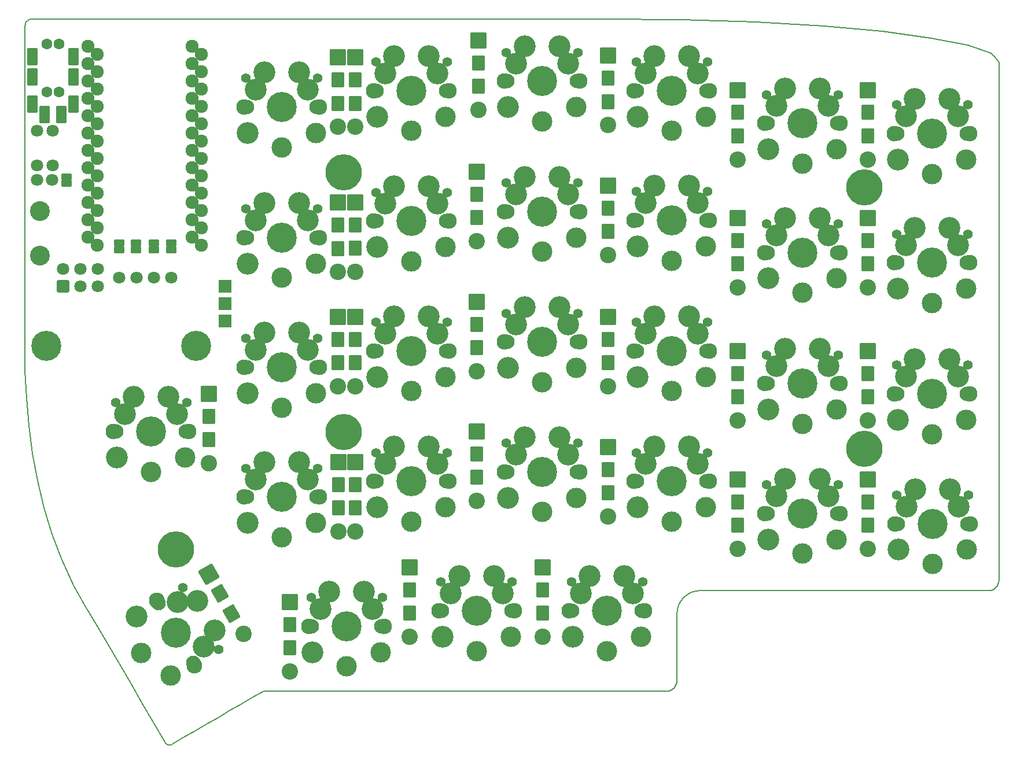
<source format=gts>
G04 #@! TF.GenerationSoftware,KiCad,Pcbnew,(6.0.8-1)-1*
G04 #@! TF.CreationDate,2023-02-20T13:07:17+02:00*
G04 #@! TF.ProjectId,Lily58,4c696c79-3538-42e6-9b69-6361645f7063,rev?*
G04 #@! TF.SameCoordinates,Original*
G04 #@! TF.FileFunction,Soldermask,Top*
G04 #@! TF.FilePolarity,Negative*
%FSLAX46Y46*%
G04 Gerber Fmt 4.6, Leading zero omitted, Abs format (unit mm)*
G04 Created by KiCad (PCBNEW (6.0.8-1)-1) date 2023-02-20 13:07:17*
%MOMM*%
%LPD*%
G01*
G04 APERTURE LIST*
G04 Aperture macros list*
%AMRoundRect*
0 Rectangle with rounded corners*
0 $1 Rounding radius*
0 $2 $3 $4 $5 $6 $7 $8 $9 X,Y pos of 4 corners*
0 Add a 4 corners polygon primitive as box body*
4,1,4,$2,$3,$4,$5,$6,$7,$8,$9,$2,$3,0*
0 Add four circle primitives for the rounded corners*
1,1,$1+$1,$2,$3*
1,1,$1+$1,$4,$5*
1,1,$1+$1,$6,$7*
1,1,$1+$1,$8,$9*
0 Add four rect primitives between the rounded corners*
20,1,$1+$1,$2,$3,$4,$5,0*
20,1,$1+$1,$4,$5,$6,$7,0*
20,1,$1+$1,$6,$7,$8,$9,0*
20,1,$1+$1,$8,$9,$2,$3,0*%
G04 Aperture macros list end*
G04 #@! TA.AperFunction,Profile*
%ADD10C,0.200000*%
G04 #@! TD*
%ADD11C,1.600000*%
%ADD12RoundRect,0.200000X-0.600000X-1.050000X0.600000X-1.050000X0.600000X1.050000X-0.600000X1.050000X0*%
%ADD13RoundRect,0.200000X-0.750000X0.900000X-0.750000X-0.900000X0.750000X-0.900000X0.750000X0.900000X0*%
%ADD14C,2.398980*%
%ADD15RoundRect,0.200000X0.999490X-0.999490X0.999490X0.999490X-0.999490X0.999490X-0.999490X-0.999490X0*%
%ADD16RoundRect,0.200000X-1.099519X0.404423X-0.199519X-1.154423X1.099519X-0.404423X0.199519X1.154423X0*%
%ADD17RoundRect,0.200000X1.365329X-0.365839X0.365839X1.365329X-1.365329X0.365839X-0.365839X-1.365329X0*%
%ADD18C,4.400000*%
%ADD19C,5.300000*%
%ADD20RoundRect,0.200000X0.698500X-0.698500X0.698500X0.698500X-0.698500X0.698500X-0.698500X-0.698500X0*%
%ADD21C,1.797000*%
%ADD22C,2.900000*%
%ADD23C,1.924000*%
%ADD24C,1.400000*%
%ADD25C,3.000000*%
%ADD26C,3.200000*%
%ADD27C,2.100000*%
%ADD28C,2.300000*%
%ADD29RoundRect,0.200000X0.762000X0.762000X-0.762000X0.762000X-0.762000X-0.762000X0.762000X-0.762000X0*%
%ADD30RoundRect,0.200000X0.190500X0.190500X-0.190500X0.190500X-0.190500X-0.190500X0.190500X-0.190500X0*%
%ADD31RoundRect,0.200000X0.571500X-0.317500X0.571500X0.317500X-0.571500X0.317500X-0.571500X-0.317500X0*%
G04 APERTURE END LIST*
D10*
X224900000Y-42700000D02*
X225460000Y-43436755D01*
X82937528Y-50750629D02*
X82937528Y-44443695D01*
X82937528Y-57057562D02*
X82937528Y-50750629D01*
X115211711Y-37086762D02*
X104803877Y-37086762D01*
X218692418Y-120789735D02*
X223959999Y-120789735D01*
X213424836Y-120789735D02*
X218692418Y-120789735D01*
X208157255Y-120789735D02*
X213424836Y-120789735D01*
X202889673Y-120789735D02*
X208157255Y-120789735D01*
X197622092Y-120789735D02*
X202889673Y-120789735D01*
X192354511Y-120789735D02*
X197622092Y-120789735D01*
X187086929Y-120789735D02*
X192354511Y-120789735D01*
X181819348Y-120789735D02*
X187086929Y-120789735D01*
X181113524Y-120860778D02*
X181819348Y-120789735D01*
X180456326Y-121064561D02*
X181113524Y-120860778D01*
X179861773Y-121387065D02*
X180456326Y-121064561D01*
X179343884Y-121814271D02*
X179861773Y-121387065D01*
X178916678Y-122332160D02*
X179343884Y-121814271D01*
X178594174Y-122926713D02*
X178916678Y-122332160D01*
X178390391Y-123583911D02*
X178594174Y-122926713D01*
X178319348Y-124289735D02*
X178390391Y-123583911D01*
X199807654Y-38170488D02*
X189919538Y-37585374D01*
X208420758Y-38945561D02*
X199807654Y-38170488D01*
X215525697Y-39885159D02*
X208420758Y-38945561D01*
X220889319Y-40963847D02*
X215525697Y-39885159D01*
X178989563Y-37215654D02*
X167250881Y-37086762D01*
X189919538Y-37585374D02*
X178989563Y-37215654D01*
X177658308Y-135255660D02*
X177403500Y-135393876D01*
X177880261Y-135072571D02*
X177658308Y-135255660D01*
X178063349Y-134850619D02*
X177880261Y-135072571D01*
X178201565Y-134595810D02*
X178063349Y-134850619D01*
X178288901Y-134314154D02*
X178201565Y-134595810D01*
X178319348Y-134011658D02*
X178288901Y-134314154D01*
X225460000Y-52918378D02*
X225460000Y-62400000D01*
X225460000Y-43436755D02*
X225460000Y-52918378D01*
X82937528Y-69671429D02*
X82937528Y-63364495D01*
X82937528Y-75978362D02*
X82937528Y-69671429D01*
X82937528Y-82285296D02*
X82937528Y-75978362D01*
X82937528Y-88592229D02*
X82937528Y-82285296D01*
X104807833Y-37086762D02*
X94400000Y-37086762D01*
X125619545Y-37086762D02*
X115211711Y-37086762D01*
X136027379Y-37086762D02*
X125619545Y-37086762D01*
X146435213Y-37086762D02*
X136027379Y-37086762D01*
X156843047Y-37086762D02*
X146435213Y-37086762D01*
X167250881Y-37086762D02*
X156843047Y-37086762D01*
X83400937Y-37265961D02*
X83579303Y-37169210D01*
X83245570Y-37394123D02*
X83400937Y-37265961D01*
X83117409Y-37549489D02*
X83245570Y-37394123D01*
X83020657Y-37727855D02*
X83117409Y-37549489D01*
X82959523Y-37925015D02*
X83020657Y-37727855D01*
X82938210Y-38136762D02*
X82959523Y-37925015D01*
X83776462Y-37108075D02*
X83988210Y-37086762D01*
X83579303Y-37169210D02*
X83776462Y-37108075D01*
X94396044Y-37086762D02*
X83988210Y-37086762D01*
X82937528Y-63364495D02*
X82937528Y-57057562D01*
X82937528Y-44443695D02*
X82937528Y-38136762D01*
X88291758Y-116318073D02*
X89993333Y-119989540D01*
X86863105Y-112530670D02*
X88291758Y-116318073D01*
X85688004Y-108649127D02*
X86863105Y-112530670D01*
X84747083Y-104695246D02*
X85688004Y-108649127D01*
X84020972Y-100690825D02*
X84747083Y-104695246D01*
X83490297Y-96657663D02*
X84020972Y-100690825D01*
X83135690Y-92617561D02*
X83490297Y-96657663D01*
X82937777Y-88592317D02*
X83135690Y-92617561D01*
X104288864Y-143357278D02*
X104456758Y-143271756D01*
X104130206Y-143404468D02*
X104288864Y-143357278D01*
X103981252Y-143413974D02*
X104130206Y-143404468D01*
X103842470Y-143386445D02*
X103981252Y-143413974D01*
X103714328Y-143322532D02*
X103842470Y-143386445D01*
X103597295Y-143222884D02*
X103714328Y-143322532D01*
X103491837Y-143088150D02*
X103597295Y-143222884D01*
X103398425Y-142918979D02*
X103491837Y-143088150D01*
X116186619Y-136480784D02*
X117862313Y-135510645D01*
X114510925Y-137450923D02*
X116186619Y-136480784D01*
X112835230Y-138421062D02*
X114510925Y-137450923D01*
X111159536Y-139391201D02*
X112835230Y-138421062D01*
X109483841Y-140361340D02*
X111159536Y-139391201D01*
X107808147Y-141331479D02*
X109483841Y-140361340D01*
X106132452Y-142301617D02*
X107808147Y-141331479D01*
X104456758Y-143271756D02*
X106132452Y-142301617D01*
X101722730Y-140052659D02*
X103398425Y-142918979D01*
X100047036Y-137186340D02*
X101722730Y-140052659D01*
X98371341Y-134320020D02*
X100047036Y-137186340D01*
X96695647Y-131453701D02*
X98371341Y-134320020D01*
X95019952Y-128587381D02*
X96695647Y-131453701D01*
X93344258Y-125721062D02*
X95019952Y-128587381D01*
X91668563Y-122854742D02*
X93344258Y-125721062D01*
X89992869Y-119988423D02*
X91668563Y-122854742D01*
X169449826Y-135511658D02*
X176819348Y-135511658D01*
X162080304Y-135511658D02*
X169449826Y-135511658D01*
X154710782Y-135511658D02*
X162080304Y-135511658D01*
X147341260Y-135511658D02*
X154710782Y-135511658D01*
X139971738Y-135511658D02*
X147341260Y-135511658D01*
X132602217Y-135511658D02*
X139971738Y-135511658D01*
X125232695Y-135511658D02*
X132602217Y-135511658D01*
X117863173Y-135511658D02*
X125232695Y-135511658D01*
X178319348Y-132816013D02*
X178319348Y-134011658D01*
X178319348Y-131597973D02*
X178319348Y-132816013D01*
X178319348Y-130379933D02*
X178319348Y-131597973D01*
X178319348Y-129161894D02*
X178319348Y-130379933D01*
X178319348Y-127943854D02*
X178319348Y-129161894D01*
X178319348Y-126725814D02*
X178319348Y-127943854D01*
X178319348Y-125507775D02*
X178319348Y-126725814D01*
X178319348Y-124289735D02*
X178319348Y-125507775D01*
X177121844Y-135481211D02*
X176819348Y-135511658D01*
X177403500Y-135393876D02*
X177121844Y-135481211D01*
X224278471Y-42156190D02*
X220889319Y-40963847D01*
X224900000Y-42700000D02*
X224278471Y-42156190D01*
X224262495Y-120759288D02*
X223959999Y-120789735D01*
X224544152Y-120671952D02*
X224262495Y-120759288D01*
X224798960Y-120533736D02*
X224544152Y-120671952D01*
X225020912Y-120350648D02*
X224798960Y-120533736D01*
X225204001Y-120128696D02*
X225020912Y-120350648D01*
X225342217Y-119873887D02*
X225204001Y-120128696D01*
X225429552Y-119592231D02*
X225342217Y-119873887D01*
X225459999Y-119289735D02*
X225429552Y-119592231D01*
X225460000Y-109808112D02*
X225460000Y-119289735D01*
X225460000Y-100326490D02*
X225460000Y-109808112D01*
X225460000Y-90844867D02*
X225460000Y-100326490D01*
X225460000Y-81363245D02*
X225460000Y-90844867D01*
X225460000Y-71881623D02*
X225460000Y-81363245D01*
X225460000Y-62400000D02*
X225460000Y-71881623D01*
D11*
X86150000Y-47800000D03*
X86150000Y-40800000D03*
D12*
X84050000Y-49600000D03*
X88250000Y-51100000D03*
X84050000Y-42600000D03*
X84050000Y-45600000D03*
D11*
X87900000Y-40800000D03*
X87900000Y-47800000D03*
D12*
X90000000Y-42600000D03*
X90000000Y-45600000D03*
X90000000Y-49600000D03*
X85800000Y-51100000D03*
D13*
X128750000Y-49450000D03*
X128750000Y-46050000D03*
D14*
X128752540Y-52910000D03*
D15*
X128752540Y-42750000D03*
D16*
X113150000Y-124172243D03*
X111450000Y-121227757D03*
D14*
X114882200Y-127167421D03*
D17*
X109802200Y-118368603D03*
D13*
X131250000Y-108700000D03*
X131250000Y-105300000D03*
D14*
X131252540Y-112160000D03*
D15*
X131252540Y-102000000D03*
D13*
X128750000Y-70700000D03*
X128750000Y-67300000D03*
D14*
X128752540Y-74160000D03*
D15*
X128752540Y-64000000D03*
D13*
X131250000Y-49450000D03*
X131250000Y-46050000D03*
D14*
X131252540Y-52910000D03*
D15*
X131252540Y-42750000D03*
D13*
X149250000Y-46950000D03*
X149250000Y-43550000D03*
D14*
X149252540Y-50410000D03*
D15*
X149252540Y-40250000D03*
D13*
X168250000Y-49200000D03*
X168250000Y-45800000D03*
D14*
X168252540Y-52660000D03*
D15*
X168252540Y-42500000D03*
D13*
X187250000Y-54200000D03*
X187250000Y-50800000D03*
D14*
X187252540Y-57660000D03*
D15*
X187252540Y-47500000D03*
D13*
X206250000Y-54200000D03*
X206250000Y-50800000D03*
D14*
X206252540Y-57660000D03*
D15*
X206252540Y-47500000D03*
D13*
X131252540Y-70652540D03*
X131252540Y-67252540D03*
D14*
X131255080Y-74112540D03*
D15*
X131255080Y-63952540D03*
D13*
X149000000Y-66200000D03*
X149000000Y-62800000D03*
D14*
X149002540Y-69660000D03*
D15*
X149002540Y-59500000D03*
D13*
X168250000Y-68200000D03*
X168250000Y-64800000D03*
D14*
X168252540Y-71660000D03*
D15*
X168252540Y-61500000D03*
D13*
X187250000Y-72950000D03*
X187250000Y-69550000D03*
D14*
X187252540Y-76410000D03*
D15*
X187252540Y-66250000D03*
D13*
X206250000Y-72950000D03*
X206250000Y-69550000D03*
D14*
X206252540Y-76410000D03*
D15*
X206252540Y-66250000D03*
D13*
X128750000Y-87450000D03*
X128750000Y-84050000D03*
D14*
X128752540Y-90910000D03*
D15*
X128752540Y-80750000D03*
D13*
X131250000Y-87450000D03*
X131250000Y-84050000D03*
D14*
X131252540Y-90910000D03*
D15*
X131252540Y-80750000D03*
D13*
X149000000Y-85200000D03*
X149000000Y-81800000D03*
D14*
X149002540Y-88660000D03*
D15*
X149002540Y-78500000D03*
D13*
X168250000Y-87450000D03*
X168250000Y-84050000D03*
D14*
X168252540Y-90910000D03*
D15*
X168252540Y-80750000D03*
D13*
X187250000Y-92450000D03*
X187250000Y-89050000D03*
D14*
X187252540Y-95910000D03*
D15*
X187252540Y-85750000D03*
D13*
X206250000Y-92450000D03*
X206250000Y-89050000D03*
D14*
X206252540Y-95910000D03*
D15*
X206252540Y-85750000D03*
D13*
X128800000Y-108700000D03*
X128800000Y-105300000D03*
D14*
X128802540Y-112160000D03*
D15*
X128802540Y-102000000D03*
D13*
X149000000Y-104200000D03*
X149000000Y-100800000D03*
D14*
X149002540Y-107660000D03*
D15*
X149002540Y-97500000D03*
D13*
X168250000Y-106450000D03*
X168250000Y-103050000D03*
D14*
X168252540Y-109910000D03*
D15*
X168252540Y-99750000D03*
D13*
X187250000Y-111200000D03*
X187250000Y-107800000D03*
D14*
X187252540Y-114660000D03*
D15*
X187252540Y-104500000D03*
D13*
X206250000Y-111200000D03*
X206250000Y-107800000D03*
D14*
X206252540Y-114660000D03*
D15*
X206252540Y-104500000D03*
D13*
X109800000Y-98700000D03*
X109800000Y-95300000D03*
D14*
X109802540Y-102160000D03*
D15*
X109802540Y-92000000D03*
D13*
X121700000Y-129200000D03*
X121700000Y-125800000D03*
D14*
X121702540Y-132660000D03*
D15*
X121702540Y-122500000D03*
D13*
X139200000Y-124100000D03*
X139200000Y-120700000D03*
D14*
X139202540Y-127560000D03*
D15*
X139202540Y-117400000D03*
D13*
X158700000Y-124100000D03*
X158700000Y-120700000D03*
D14*
X158702540Y-127560000D03*
D15*
X158702540Y-117400000D03*
D18*
X108000000Y-85000000D03*
X86000000Y-85000000D03*
D19*
X129600000Y-59600000D03*
X205800000Y-61800000D03*
X129600000Y-97600000D03*
X205800000Y-100000000D03*
X105000000Y-114800000D03*
D20*
X88483973Y-76263759D03*
D21*
X88483973Y-73723759D03*
X91023973Y-76263759D03*
X91023973Y-73723759D03*
X93563973Y-76263759D03*
X93563973Y-73723759D03*
D22*
X85100000Y-71750000D03*
X85100000Y-65250000D03*
D21*
X84688035Y-53499272D03*
X84688035Y-58579272D03*
X86938035Y-53499272D03*
X86938035Y-58579272D03*
X86900000Y-60700000D03*
X84700000Y-60700000D03*
D23*
X93478815Y-47405745D03*
X108718815Y-65185745D03*
X93478815Y-57565745D03*
X108718815Y-55025745D03*
X108718815Y-49945745D03*
X93478815Y-67725745D03*
X108718815Y-47405745D03*
X108718815Y-42325745D03*
X93478815Y-62645745D03*
X108718815Y-70265745D03*
X93478815Y-55025745D03*
X93478815Y-44865745D03*
X93478815Y-49945745D03*
X93478815Y-52485745D03*
X93478815Y-65185745D03*
X93478815Y-60105745D03*
X108718815Y-62645745D03*
X108718815Y-60105745D03*
X93478815Y-70265745D03*
X108718815Y-67725745D03*
X108718815Y-44865745D03*
X93478815Y-42325745D03*
X108718815Y-57565745D03*
X108718815Y-52485745D03*
X92180000Y-41130000D03*
X92180000Y-43670000D03*
X92180000Y-46210000D03*
X92180000Y-48750000D03*
X92180000Y-51290000D03*
X92180000Y-53830000D03*
X92180000Y-56370000D03*
X92180000Y-58910000D03*
X92180000Y-61450000D03*
X92180000Y-63990000D03*
X92180000Y-66530000D03*
X92180000Y-69070000D03*
X107420000Y-69070000D03*
X107420000Y-66530000D03*
X107420000Y-63990000D03*
X107420000Y-61450000D03*
X107420000Y-58910000D03*
X107420000Y-56370000D03*
X107420000Y-53830000D03*
X107420000Y-51290000D03*
X107420000Y-48750000D03*
X107420000Y-46210000D03*
X107420000Y-43670000D03*
X107420000Y-41130000D03*
D24*
X111247307Y-129420653D03*
D25*
X104209103Y-133230127D03*
X99890450Y-129950000D03*
D26*
X99209103Y-124569873D03*
X110669409Y-126659705D03*
X108129409Y-122260295D03*
X109104705Y-129029557D03*
D27*
X107540000Y-131399409D03*
X102460000Y-122600591D03*
D18*
X105000000Y-127000000D03*
D26*
X105294705Y-122430443D03*
D24*
X106027307Y-120379347D03*
D28*
X102250000Y-122236860D03*
X107750000Y-131763140D03*
D24*
X106620000Y-93300000D03*
D25*
X106400000Y-101300000D03*
X101400000Y-103400000D03*
D26*
X96400000Y-101300000D03*
X103940000Y-92420000D03*
X98860000Y-92420000D03*
X105210000Y-94960000D03*
D27*
X106480000Y-97500000D03*
X96320000Y-97500000D03*
D18*
X101400000Y-97500000D03*
D26*
X97590000Y-94960000D03*
D24*
X96180000Y-93300000D03*
D28*
X95900000Y-97500000D03*
X106900000Y-97500000D03*
D29*
X112200000Y-81300000D03*
X112200000Y-78760000D03*
X112200000Y-76220000D03*
D24*
X125720000Y-83900000D03*
D25*
X125500000Y-91900000D03*
X120500000Y-94000000D03*
D26*
X115500000Y-91900000D03*
X123040000Y-83020000D03*
X117960000Y-83020000D03*
X124310000Y-85560000D03*
D27*
X125580000Y-88100000D03*
X115420000Y-88100000D03*
D18*
X120500000Y-88100000D03*
D26*
X116690000Y-85560000D03*
D24*
X115280000Y-83900000D03*
D28*
X115000000Y-88100000D03*
X126000000Y-88100000D03*
D24*
X220920000Y-87800000D03*
D25*
X220700000Y-95800000D03*
X215700000Y-97900000D03*
D26*
X210700000Y-95800000D03*
X218240000Y-86920000D03*
X213160000Y-86920000D03*
X219510000Y-89460000D03*
D27*
X220780000Y-92000000D03*
X210620000Y-92000000D03*
D18*
X215700000Y-92000000D03*
D26*
X211890000Y-89460000D03*
D24*
X210480000Y-87800000D03*
D28*
X210200000Y-92000000D03*
X221200000Y-92000000D03*
D24*
X220970000Y-106800000D03*
D25*
X220750000Y-114800000D03*
X215750000Y-116900000D03*
D26*
X210750000Y-114800000D03*
X218290000Y-105920000D03*
X213210000Y-105920000D03*
X219560000Y-108460000D03*
D27*
X220830000Y-111000000D03*
X210670000Y-111000000D03*
D18*
X215750000Y-111000000D03*
D26*
X211940000Y-108460000D03*
D24*
X210530000Y-106800000D03*
D28*
X210250000Y-111000000D03*
X221250000Y-111000000D03*
D24*
X154220000Y-119550000D03*
D25*
X154000000Y-127550000D03*
X149000000Y-129650000D03*
D26*
X144000000Y-127550000D03*
X151540000Y-118670000D03*
X146460000Y-118670000D03*
X152810000Y-121210000D03*
D27*
X154080000Y-123750000D03*
X143920000Y-123750000D03*
D18*
X149000000Y-123750000D03*
D26*
X145190000Y-121210000D03*
D24*
X143780000Y-119550000D03*
D28*
X143500000Y-123750000D03*
X154500000Y-123750000D03*
D24*
X125720000Y-45800000D03*
D25*
X125500000Y-53800000D03*
X120500000Y-55900000D03*
D26*
X115500000Y-53800000D03*
X123040000Y-44920000D03*
X117960000Y-44920000D03*
X124310000Y-47460000D03*
D27*
X125580000Y-50000000D03*
X115420000Y-50000000D03*
D18*
X120500000Y-50000000D03*
D26*
X116690000Y-47460000D03*
D24*
X115280000Y-45800000D03*
D28*
X115000000Y-50000000D03*
X126000000Y-50000000D03*
D24*
X144720000Y-43400000D03*
D25*
X144500000Y-51400000D03*
X139500000Y-53500000D03*
D26*
X134500000Y-51400000D03*
X142040000Y-42520000D03*
X136960000Y-42520000D03*
X143310000Y-45060000D03*
D27*
X144580000Y-47600000D03*
X134420000Y-47600000D03*
D18*
X139500000Y-47600000D03*
D26*
X135690000Y-45060000D03*
D24*
X134280000Y-43400000D03*
D28*
X134000000Y-47600000D03*
X145000000Y-47600000D03*
D24*
X163820000Y-42010000D03*
D25*
X163600000Y-50010000D03*
X158600000Y-52110000D03*
D26*
X153600000Y-50010000D03*
X161140000Y-41130000D03*
X156060000Y-41130000D03*
X162410000Y-43670000D03*
D27*
X163680000Y-46210000D03*
X153520000Y-46210000D03*
D18*
X158600000Y-46210000D03*
D26*
X154790000Y-43670000D03*
D24*
X153380000Y-42010000D03*
D28*
X153100000Y-46210000D03*
X164100000Y-46210000D03*
D24*
X182820000Y-43400000D03*
D25*
X182600000Y-51400000D03*
X177600000Y-53500000D03*
D26*
X172600000Y-51400000D03*
X180140000Y-42520000D03*
X175060000Y-42520000D03*
X181410000Y-45060000D03*
D27*
X182680000Y-47600000D03*
X172520000Y-47600000D03*
D18*
X177600000Y-47600000D03*
D26*
X173790000Y-45060000D03*
D24*
X172380000Y-43400000D03*
D28*
X172100000Y-47600000D03*
X183100000Y-47600000D03*
D24*
X201920000Y-48200000D03*
D25*
X201700000Y-56200000D03*
X196700000Y-58300000D03*
D26*
X191700000Y-56200000D03*
X199240000Y-47320000D03*
X194160000Y-47320000D03*
X200510000Y-49860000D03*
D27*
X201780000Y-52400000D03*
X191620000Y-52400000D03*
D18*
X196700000Y-52400000D03*
D26*
X192890000Y-49860000D03*
D24*
X191480000Y-48200000D03*
D28*
X191200000Y-52400000D03*
X202200000Y-52400000D03*
D24*
X220920000Y-49700000D03*
D25*
X220700000Y-57700000D03*
X215700000Y-59800000D03*
D26*
X210700000Y-57700000D03*
X218240000Y-48820000D03*
X213160000Y-48820000D03*
X219510000Y-51360000D03*
D27*
X220780000Y-53900000D03*
X210620000Y-53900000D03*
D18*
X215700000Y-53900000D03*
D26*
X211890000Y-51360000D03*
D24*
X210480000Y-49700000D03*
D28*
X210200000Y-53900000D03*
X221200000Y-53900000D03*
D24*
X125720000Y-64900000D03*
D25*
X125500000Y-72900000D03*
X120500000Y-75000000D03*
D26*
X115500000Y-72900000D03*
X123040000Y-64020000D03*
X117960000Y-64020000D03*
X124310000Y-66560000D03*
D27*
X125580000Y-69100000D03*
X115420000Y-69100000D03*
D18*
X120500000Y-69100000D03*
D26*
X116690000Y-66560000D03*
D24*
X115280000Y-64900000D03*
D28*
X115000000Y-69100000D03*
X126000000Y-69100000D03*
D24*
X144720000Y-62500000D03*
D25*
X144500000Y-70500000D03*
X139500000Y-72600000D03*
D26*
X134500000Y-70500000D03*
X142040000Y-61620000D03*
X136960000Y-61620000D03*
X143310000Y-64160000D03*
D27*
X144580000Y-66700000D03*
X134420000Y-66700000D03*
D18*
X139500000Y-66700000D03*
D26*
X135690000Y-64160000D03*
D24*
X134280000Y-62500000D03*
D28*
X134000000Y-66700000D03*
X145000000Y-66700000D03*
D24*
X163820000Y-61100000D03*
D25*
X163600000Y-69100000D03*
X158600000Y-71200000D03*
D26*
X153600000Y-69100000D03*
X161140000Y-60220000D03*
X156060000Y-60220000D03*
X162410000Y-62760000D03*
D27*
X163680000Y-65300000D03*
X153520000Y-65300000D03*
D18*
X158600000Y-65300000D03*
D26*
X154790000Y-62760000D03*
D24*
X153380000Y-61100000D03*
D28*
X153100000Y-65300000D03*
X164100000Y-65300000D03*
D24*
X182820000Y-62400000D03*
D25*
X182600000Y-70400000D03*
X177600000Y-72500000D03*
D26*
X172600000Y-70400000D03*
X180140000Y-61520000D03*
X175060000Y-61520000D03*
X181410000Y-64060000D03*
D27*
X182680000Y-66600000D03*
X172520000Y-66600000D03*
D18*
X177600000Y-66600000D03*
D26*
X173790000Y-64060000D03*
D24*
X172380000Y-62400000D03*
D28*
X172100000Y-66600000D03*
X183100000Y-66600000D03*
D24*
X201920000Y-67100000D03*
D25*
X201700000Y-75100000D03*
X196700000Y-77200000D03*
D26*
X191700000Y-75100000D03*
X199240000Y-66220000D03*
X194160000Y-66220000D03*
X200510000Y-68760000D03*
D27*
X201780000Y-71300000D03*
X191620000Y-71300000D03*
D18*
X196700000Y-71300000D03*
D26*
X192890000Y-68760000D03*
D24*
X191480000Y-67100000D03*
D28*
X191200000Y-71300000D03*
X202200000Y-71300000D03*
D24*
X220920000Y-68600000D03*
D25*
X220700000Y-76600000D03*
X215700000Y-78700000D03*
D26*
X210700000Y-76600000D03*
X218240000Y-67720000D03*
X213160000Y-67720000D03*
X219510000Y-70260000D03*
D27*
X220780000Y-72800000D03*
X210620000Y-72800000D03*
D18*
X215700000Y-72800000D03*
D26*
X211890000Y-70260000D03*
D24*
X210480000Y-68600000D03*
D28*
X210200000Y-72800000D03*
X221200000Y-72800000D03*
D24*
X144720000Y-81500000D03*
D25*
X144500000Y-89500000D03*
X139500000Y-91600000D03*
D26*
X134500000Y-89500000D03*
X142040000Y-80620000D03*
X136960000Y-80620000D03*
X143310000Y-83160000D03*
D27*
X144580000Y-85700000D03*
X134420000Y-85700000D03*
D18*
X139500000Y-85700000D03*
D26*
X135690000Y-83160000D03*
D24*
X134280000Y-81500000D03*
D28*
X134000000Y-85700000D03*
X145000000Y-85700000D03*
D24*
X163820000Y-80200000D03*
D25*
X163600000Y-88200000D03*
X158600000Y-90300000D03*
D26*
X153600000Y-88200000D03*
X161140000Y-79320000D03*
X156060000Y-79320000D03*
X162410000Y-81860000D03*
D27*
X163680000Y-84400000D03*
X153520000Y-84400000D03*
D18*
X158600000Y-84400000D03*
D26*
X154790000Y-81860000D03*
D24*
X153380000Y-80200000D03*
D28*
X153100000Y-84400000D03*
X164100000Y-84400000D03*
D24*
X182820000Y-81500000D03*
D25*
X182600000Y-89500000D03*
X177600000Y-91600000D03*
D26*
X172600000Y-89500000D03*
X180140000Y-80620000D03*
X175060000Y-80620000D03*
X181410000Y-83160000D03*
D27*
X182680000Y-85700000D03*
X172520000Y-85700000D03*
D18*
X177600000Y-85700000D03*
D26*
X173790000Y-83160000D03*
D24*
X172380000Y-81500000D03*
D28*
X172100000Y-85700000D03*
X183100000Y-85700000D03*
D24*
X201920000Y-86300000D03*
D25*
X201700000Y-94300000D03*
X196700000Y-96400000D03*
D26*
X191700000Y-94300000D03*
X199240000Y-85420000D03*
X194160000Y-85420000D03*
X200510000Y-87960000D03*
D27*
X201780000Y-90500000D03*
X191620000Y-90500000D03*
D18*
X196700000Y-90500000D03*
D26*
X192890000Y-87960000D03*
D24*
X191480000Y-86300000D03*
D28*
X191200000Y-90500000D03*
X202200000Y-90500000D03*
D24*
X125720000Y-102900000D03*
D25*
X125500000Y-110900000D03*
X120500000Y-113000000D03*
D26*
X115500000Y-110900000D03*
X123040000Y-102020000D03*
X117960000Y-102020000D03*
X124310000Y-104560000D03*
D27*
X125580000Y-107100000D03*
X115420000Y-107100000D03*
D18*
X120500000Y-107100000D03*
D26*
X116690000Y-104560000D03*
D24*
X115280000Y-102900000D03*
D28*
X115000000Y-107100000D03*
X126000000Y-107100000D03*
D24*
X144720000Y-100600000D03*
D25*
X144500000Y-108600000D03*
X139500000Y-110700000D03*
D26*
X134500000Y-108600000D03*
X142040000Y-99720000D03*
X136960000Y-99720000D03*
X143310000Y-102260000D03*
D27*
X144580000Y-104800000D03*
X134420000Y-104800000D03*
D18*
X139500000Y-104800000D03*
D26*
X135690000Y-102260000D03*
D24*
X134280000Y-100600000D03*
D28*
X134000000Y-104800000D03*
X145000000Y-104800000D03*
D24*
X163820000Y-99200000D03*
D25*
X163600000Y-107200000D03*
X158600000Y-109300000D03*
D26*
X153600000Y-107200000D03*
X161140000Y-98320000D03*
X156060000Y-98320000D03*
X162410000Y-100860000D03*
D27*
X163680000Y-103400000D03*
X153520000Y-103400000D03*
D18*
X158600000Y-103400000D03*
D26*
X154790000Y-100860000D03*
D24*
X153380000Y-99200000D03*
D28*
X153100000Y-103400000D03*
X164100000Y-103400000D03*
D24*
X182820000Y-100600000D03*
D25*
X182600000Y-108600000D03*
X177600000Y-110700000D03*
D26*
X172600000Y-108600000D03*
X180140000Y-99720000D03*
X175060000Y-99720000D03*
X181410000Y-102260000D03*
D27*
X182680000Y-104800000D03*
X172520000Y-104800000D03*
D18*
X177600000Y-104800000D03*
D26*
X173790000Y-102260000D03*
D24*
X172380000Y-100600000D03*
D28*
X172100000Y-104800000D03*
X183100000Y-104800000D03*
D24*
X201920000Y-105300000D03*
D25*
X201700000Y-113300000D03*
X196700000Y-115400000D03*
D26*
X191700000Y-113300000D03*
X199240000Y-104420000D03*
X194160000Y-104420000D03*
X200510000Y-106960000D03*
D27*
X201780000Y-109500000D03*
X191620000Y-109500000D03*
D18*
X196700000Y-109500000D03*
D26*
X192890000Y-106960000D03*
D24*
X191480000Y-105300000D03*
D28*
X191200000Y-109500000D03*
X202200000Y-109500000D03*
D24*
X135220000Y-121800000D03*
D25*
X135000000Y-129800000D03*
X130000000Y-131900000D03*
D26*
X125000000Y-129800000D03*
X132540000Y-120920000D03*
X127460000Y-120920000D03*
X133810000Y-123460000D03*
D27*
X135080000Y-126000000D03*
X124920000Y-126000000D03*
D18*
X130000000Y-126000000D03*
D26*
X126190000Y-123460000D03*
D24*
X124780000Y-121800000D03*
D28*
X124500000Y-126000000D03*
X135500000Y-126000000D03*
D24*
X173320000Y-119550000D03*
D25*
X173100000Y-127550000D03*
X168100000Y-129650000D03*
D26*
X163100000Y-127550000D03*
X170640000Y-118670000D03*
X165560000Y-118670000D03*
X171910000Y-121210000D03*
D27*
X173180000Y-123750000D03*
X163020000Y-123750000D03*
D18*
X168100000Y-123750000D03*
D26*
X164290000Y-121210000D03*
D24*
X162880000Y-119550000D03*
D28*
X162600000Y-123750000D03*
X173600000Y-123750000D03*
D30*
X89000000Y-60700000D03*
D31*
X89000000Y-60199620D03*
X89000000Y-61200380D03*
X104300000Y-69899620D03*
X104300000Y-70900380D03*
X101800000Y-70900380D03*
X101800000Y-69899620D03*
X99200000Y-69899620D03*
X99200000Y-70900380D03*
X96700000Y-70900380D03*
X96700000Y-69899620D03*
D21*
X96700000Y-75000000D03*
X99240000Y-75000000D03*
X101780000Y-75000000D03*
X104320000Y-75000000D03*
M02*

</source>
